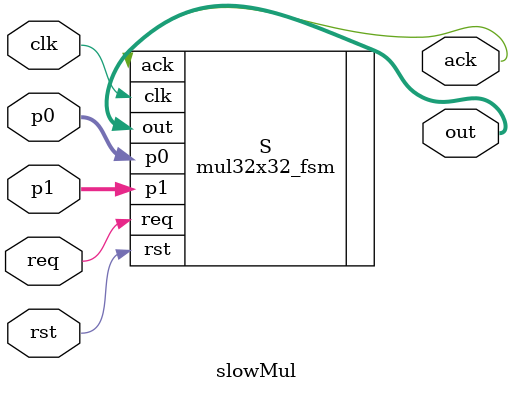
<source format=v>

module slowMul(input clk,
               input         rst,
               input         req,
               
               input [31:0]  p0,
               input [31:0]  p1,
               output        ack,
               output [31:0] out);

    mul32x32_fsm S(.clk(clk),
                   .rst(rst),
                   .req(req),
                   .ack(ack),
                   .p0(p0),
                   .p1(p1),
                   .out(out));

endmodule

</source>
